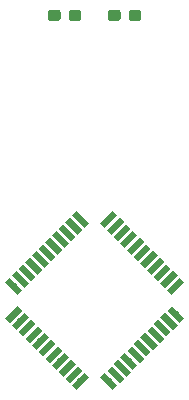
<source format=gbr>
G04 #@! TF.GenerationSoftware,KiCad,Pcbnew,(5.1.0)-1*
G04 #@! TF.CreationDate,2020-08-07T11:47:51-07:00*
G04 #@! TF.ProjectId,MAX7_Proto,4d415837-5f50-4726-9f74-6f2e6b696361,rev?*
G04 #@! TF.SameCoordinates,Original*
G04 #@! TF.FileFunction,Paste,Top*
G04 #@! TF.FilePolarity,Positive*
%FSLAX46Y46*%
G04 Gerber Fmt 4.6, Leading zero omitted, Abs format (unit mm)*
G04 Created by KiCad (PCBNEW (5.1.0)-1) date 2020-08-07 11:47:51*
%MOMM*%
%LPD*%
G04 APERTURE LIST*
%ADD10C,0.100000*%
%ADD11C,0.950000*%
%ADD12C,0.550000*%
G04 APERTURE END LIST*
D10*
G36*
X134055779Y-76996144D02*
G01*
X134078834Y-76999563D01*
X134101443Y-77005227D01*
X134123387Y-77013079D01*
X134144457Y-77023044D01*
X134164448Y-77035026D01*
X134183168Y-77048910D01*
X134200438Y-77064562D01*
X134216090Y-77081832D01*
X134229974Y-77100552D01*
X134241956Y-77120543D01*
X134251921Y-77141613D01*
X134259773Y-77163557D01*
X134265437Y-77186166D01*
X134268856Y-77209221D01*
X134270000Y-77232500D01*
X134270000Y-77707500D01*
X134268856Y-77730779D01*
X134265437Y-77753834D01*
X134259773Y-77776443D01*
X134251921Y-77798387D01*
X134241956Y-77819457D01*
X134229974Y-77839448D01*
X134216090Y-77858168D01*
X134200438Y-77875438D01*
X134183168Y-77891090D01*
X134164448Y-77904974D01*
X134144457Y-77916956D01*
X134123387Y-77926921D01*
X134101443Y-77934773D01*
X134078834Y-77940437D01*
X134055779Y-77943856D01*
X134032500Y-77945000D01*
X133457500Y-77945000D01*
X133434221Y-77943856D01*
X133411166Y-77940437D01*
X133388557Y-77934773D01*
X133366613Y-77926921D01*
X133345543Y-77916956D01*
X133325552Y-77904974D01*
X133306832Y-77891090D01*
X133289562Y-77875438D01*
X133273910Y-77858168D01*
X133260026Y-77839448D01*
X133248044Y-77819457D01*
X133238079Y-77798387D01*
X133230227Y-77776443D01*
X133224563Y-77753834D01*
X133221144Y-77730779D01*
X133220000Y-77707500D01*
X133220000Y-77232500D01*
X133221144Y-77209221D01*
X133224563Y-77186166D01*
X133230227Y-77163557D01*
X133238079Y-77141613D01*
X133248044Y-77120543D01*
X133260026Y-77100552D01*
X133273910Y-77081832D01*
X133289562Y-77064562D01*
X133306832Y-77048910D01*
X133325552Y-77035026D01*
X133345543Y-77023044D01*
X133366613Y-77013079D01*
X133388557Y-77005227D01*
X133411166Y-76999563D01*
X133434221Y-76996144D01*
X133457500Y-76995000D01*
X134032500Y-76995000D01*
X134055779Y-76996144D01*
X134055779Y-76996144D01*
G37*
D11*
X133745000Y-77470000D03*
D10*
G36*
X135805779Y-76996144D02*
G01*
X135828834Y-76999563D01*
X135851443Y-77005227D01*
X135873387Y-77013079D01*
X135894457Y-77023044D01*
X135914448Y-77035026D01*
X135933168Y-77048910D01*
X135950438Y-77064562D01*
X135966090Y-77081832D01*
X135979974Y-77100552D01*
X135991956Y-77120543D01*
X136001921Y-77141613D01*
X136009773Y-77163557D01*
X136015437Y-77186166D01*
X136018856Y-77209221D01*
X136020000Y-77232500D01*
X136020000Y-77707500D01*
X136018856Y-77730779D01*
X136015437Y-77753834D01*
X136009773Y-77776443D01*
X136001921Y-77798387D01*
X135991956Y-77819457D01*
X135979974Y-77839448D01*
X135966090Y-77858168D01*
X135950438Y-77875438D01*
X135933168Y-77891090D01*
X135914448Y-77904974D01*
X135894457Y-77916956D01*
X135873387Y-77926921D01*
X135851443Y-77934773D01*
X135828834Y-77940437D01*
X135805779Y-77943856D01*
X135782500Y-77945000D01*
X135207500Y-77945000D01*
X135184221Y-77943856D01*
X135161166Y-77940437D01*
X135138557Y-77934773D01*
X135116613Y-77926921D01*
X135095543Y-77916956D01*
X135075552Y-77904974D01*
X135056832Y-77891090D01*
X135039562Y-77875438D01*
X135023910Y-77858168D01*
X135010026Y-77839448D01*
X134998044Y-77819457D01*
X134988079Y-77798387D01*
X134980227Y-77776443D01*
X134974563Y-77753834D01*
X134971144Y-77730779D01*
X134970000Y-77707500D01*
X134970000Y-77232500D01*
X134971144Y-77209221D01*
X134974563Y-77186166D01*
X134980227Y-77163557D01*
X134988079Y-77141613D01*
X134998044Y-77120543D01*
X135010026Y-77100552D01*
X135023910Y-77081832D01*
X135039562Y-77064562D01*
X135056832Y-77048910D01*
X135075552Y-77035026D01*
X135095543Y-77023044D01*
X135116613Y-77013079D01*
X135138557Y-77005227D01*
X135161166Y-76999563D01*
X135184221Y-76996144D01*
X135207500Y-76995000D01*
X135782500Y-76995000D01*
X135805779Y-76996144D01*
X135805779Y-76996144D01*
G37*
D11*
X135495000Y-77470000D03*
D10*
G36*
X140885779Y-76996144D02*
G01*
X140908834Y-76999563D01*
X140931443Y-77005227D01*
X140953387Y-77013079D01*
X140974457Y-77023044D01*
X140994448Y-77035026D01*
X141013168Y-77048910D01*
X141030438Y-77064562D01*
X141046090Y-77081832D01*
X141059974Y-77100552D01*
X141071956Y-77120543D01*
X141081921Y-77141613D01*
X141089773Y-77163557D01*
X141095437Y-77186166D01*
X141098856Y-77209221D01*
X141100000Y-77232500D01*
X141100000Y-77707500D01*
X141098856Y-77730779D01*
X141095437Y-77753834D01*
X141089773Y-77776443D01*
X141081921Y-77798387D01*
X141071956Y-77819457D01*
X141059974Y-77839448D01*
X141046090Y-77858168D01*
X141030438Y-77875438D01*
X141013168Y-77891090D01*
X140994448Y-77904974D01*
X140974457Y-77916956D01*
X140953387Y-77926921D01*
X140931443Y-77934773D01*
X140908834Y-77940437D01*
X140885779Y-77943856D01*
X140862500Y-77945000D01*
X140287500Y-77945000D01*
X140264221Y-77943856D01*
X140241166Y-77940437D01*
X140218557Y-77934773D01*
X140196613Y-77926921D01*
X140175543Y-77916956D01*
X140155552Y-77904974D01*
X140136832Y-77891090D01*
X140119562Y-77875438D01*
X140103910Y-77858168D01*
X140090026Y-77839448D01*
X140078044Y-77819457D01*
X140068079Y-77798387D01*
X140060227Y-77776443D01*
X140054563Y-77753834D01*
X140051144Y-77730779D01*
X140050000Y-77707500D01*
X140050000Y-77232500D01*
X140051144Y-77209221D01*
X140054563Y-77186166D01*
X140060227Y-77163557D01*
X140068079Y-77141613D01*
X140078044Y-77120543D01*
X140090026Y-77100552D01*
X140103910Y-77081832D01*
X140119562Y-77064562D01*
X140136832Y-77048910D01*
X140155552Y-77035026D01*
X140175543Y-77023044D01*
X140196613Y-77013079D01*
X140218557Y-77005227D01*
X140241166Y-76999563D01*
X140264221Y-76996144D01*
X140287500Y-76995000D01*
X140862500Y-76995000D01*
X140885779Y-76996144D01*
X140885779Y-76996144D01*
G37*
D11*
X140575000Y-77470000D03*
D10*
G36*
X139135779Y-76996144D02*
G01*
X139158834Y-76999563D01*
X139181443Y-77005227D01*
X139203387Y-77013079D01*
X139224457Y-77023044D01*
X139244448Y-77035026D01*
X139263168Y-77048910D01*
X139280438Y-77064562D01*
X139296090Y-77081832D01*
X139309974Y-77100552D01*
X139321956Y-77120543D01*
X139331921Y-77141613D01*
X139339773Y-77163557D01*
X139345437Y-77186166D01*
X139348856Y-77209221D01*
X139350000Y-77232500D01*
X139350000Y-77707500D01*
X139348856Y-77730779D01*
X139345437Y-77753834D01*
X139339773Y-77776443D01*
X139331921Y-77798387D01*
X139321956Y-77819457D01*
X139309974Y-77839448D01*
X139296090Y-77858168D01*
X139280438Y-77875438D01*
X139263168Y-77891090D01*
X139244448Y-77904974D01*
X139224457Y-77916956D01*
X139203387Y-77926921D01*
X139181443Y-77934773D01*
X139158834Y-77940437D01*
X139135779Y-77943856D01*
X139112500Y-77945000D01*
X138537500Y-77945000D01*
X138514221Y-77943856D01*
X138491166Y-77940437D01*
X138468557Y-77934773D01*
X138446613Y-77926921D01*
X138425543Y-77916956D01*
X138405552Y-77904974D01*
X138386832Y-77891090D01*
X138369562Y-77875438D01*
X138353910Y-77858168D01*
X138340026Y-77839448D01*
X138328044Y-77819457D01*
X138318079Y-77798387D01*
X138310227Y-77776443D01*
X138304563Y-77753834D01*
X138301144Y-77730779D01*
X138300000Y-77707500D01*
X138300000Y-77232500D01*
X138301144Y-77209221D01*
X138304563Y-77186166D01*
X138310227Y-77163557D01*
X138318079Y-77141613D01*
X138328044Y-77120543D01*
X138340026Y-77100552D01*
X138353910Y-77081832D01*
X138369562Y-77064562D01*
X138386832Y-77048910D01*
X138405552Y-77035026D01*
X138425543Y-77023044D01*
X138446613Y-77013079D01*
X138468557Y-77005227D01*
X138491166Y-76999563D01*
X138514221Y-76996144D01*
X138537500Y-76995000D01*
X139112500Y-76995000D01*
X139135779Y-76996144D01*
X139135779Y-76996144D01*
G37*
D11*
X138825000Y-77470000D03*
D12*
X135957918Y-94741064D03*
D10*
G36*
X135233134Y-94405188D02*
G01*
X135622042Y-94016280D01*
X136682702Y-95076940D01*
X136293794Y-95465848D01*
X135233134Y-94405188D01*
X135233134Y-94405188D01*
G37*
D12*
X135392233Y-95306750D03*
D10*
G36*
X134667449Y-94970874D02*
G01*
X135056357Y-94581966D01*
X136117017Y-95642626D01*
X135728109Y-96031534D01*
X134667449Y-94970874D01*
X134667449Y-94970874D01*
G37*
D12*
X134826548Y-95872435D03*
D10*
G36*
X134101764Y-95536559D02*
G01*
X134490672Y-95147651D01*
X135551332Y-96208311D01*
X135162424Y-96597219D01*
X134101764Y-95536559D01*
X134101764Y-95536559D01*
G37*
D12*
X134260862Y-96438120D03*
D10*
G36*
X133536078Y-96102244D02*
G01*
X133924986Y-95713336D01*
X134985646Y-96773996D01*
X134596738Y-97162904D01*
X133536078Y-96102244D01*
X133536078Y-96102244D01*
G37*
D12*
X133695177Y-97003806D03*
D10*
G36*
X132970393Y-96667930D02*
G01*
X133359301Y-96279022D01*
X134419961Y-97339682D01*
X134031053Y-97728590D01*
X132970393Y-96667930D01*
X132970393Y-96667930D01*
G37*
D12*
X133129491Y-97569491D03*
D10*
G36*
X132404707Y-97233615D02*
G01*
X132793615Y-96844707D01*
X133854275Y-97905367D01*
X133465367Y-98294275D01*
X132404707Y-97233615D01*
X132404707Y-97233615D01*
G37*
D12*
X132563806Y-98135177D03*
D10*
G36*
X131839022Y-97799301D02*
G01*
X132227930Y-97410393D01*
X133288590Y-98471053D01*
X132899682Y-98859961D01*
X131839022Y-97799301D01*
X131839022Y-97799301D01*
G37*
D12*
X131998120Y-98700862D03*
D10*
G36*
X131273336Y-98364986D02*
G01*
X131662244Y-97976078D01*
X132722904Y-99036738D01*
X132333996Y-99425646D01*
X131273336Y-98364986D01*
X131273336Y-98364986D01*
G37*
D12*
X131432435Y-99266548D03*
D10*
G36*
X130707651Y-98930672D02*
G01*
X131096559Y-98541764D01*
X132157219Y-99602424D01*
X131768311Y-99991332D01*
X130707651Y-98930672D01*
X130707651Y-98930672D01*
G37*
D12*
X130866750Y-99832233D03*
D10*
G36*
X130141966Y-99496357D02*
G01*
X130530874Y-99107449D01*
X131591534Y-100168109D01*
X131202626Y-100557017D01*
X130141966Y-99496357D01*
X130141966Y-99496357D01*
G37*
D12*
X130301064Y-100397918D03*
D10*
G36*
X129576280Y-100062042D02*
G01*
X129965188Y-99673134D01*
X131025848Y-100733794D01*
X130636940Y-101122702D01*
X129576280Y-100062042D01*
X129576280Y-100062042D01*
G37*
D12*
X130301064Y-102802082D03*
D10*
G36*
X129965188Y-103526866D02*
G01*
X129576280Y-103137958D01*
X130636940Y-102077298D01*
X131025848Y-102466206D01*
X129965188Y-103526866D01*
X129965188Y-103526866D01*
G37*
D12*
X130866750Y-103367767D03*
D10*
G36*
X130530874Y-104092551D02*
G01*
X130141966Y-103703643D01*
X131202626Y-102642983D01*
X131591534Y-103031891D01*
X130530874Y-104092551D01*
X130530874Y-104092551D01*
G37*
D12*
X131432435Y-103933452D03*
D10*
G36*
X131096559Y-104658236D02*
G01*
X130707651Y-104269328D01*
X131768311Y-103208668D01*
X132157219Y-103597576D01*
X131096559Y-104658236D01*
X131096559Y-104658236D01*
G37*
D12*
X131998120Y-104499138D03*
D10*
G36*
X131662244Y-105223922D02*
G01*
X131273336Y-104835014D01*
X132333996Y-103774354D01*
X132722904Y-104163262D01*
X131662244Y-105223922D01*
X131662244Y-105223922D01*
G37*
D12*
X132563806Y-105064823D03*
D10*
G36*
X132227930Y-105789607D02*
G01*
X131839022Y-105400699D01*
X132899682Y-104340039D01*
X133288590Y-104728947D01*
X132227930Y-105789607D01*
X132227930Y-105789607D01*
G37*
D12*
X133129491Y-105630509D03*
D10*
G36*
X132793615Y-106355293D02*
G01*
X132404707Y-105966385D01*
X133465367Y-104905725D01*
X133854275Y-105294633D01*
X132793615Y-106355293D01*
X132793615Y-106355293D01*
G37*
D12*
X133695177Y-106196194D03*
D10*
G36*
X133359301Y-106920978D02*
G01*
X132970393Y-106532070D01*
X134031053Y-105471410D01*
X134419961Y-105860318D01*
X133359301Y-106920978D01*
X133359301Y-106920978D01*
G37*
D12*
X134260862Y-106761880D03*
D10*
G36*
X133924986Y-107486664D02*
G01*
X133536078Y-107097756D01*
X134596738Y-106037096D01*
X134985646Y-106426004D01*
X133924986Y-107486664D01*
X133924986Y-107486664D01*
G37*
D12*
X134826548Y-107327565D03*
D10*
G36*
X134490672Y-108052349D02*
G01*
X134101764Y-107663441D01*
X135162424Y-106602781D01*
X135551332Y-106991689D01*
X134490672Y-108052349D01*
X134490672Y-108052349D01*
G37*
D12*
X135392233Y-107893250D03*
D10*
G36*
X135056357Y-108618034D02*
G01*
X134667449Y-108229126D01*
X135728109Y-107168466D01*
X136117017Y-107557374D01*
X135056357Y-108618034D01*
X135056357Y-108618034D01*
G37*
D12*
X135957918Y-108458936D03*
D10*
G36*
X135622042Y-109183720D02*
G01*
X135233134Y-108794812D01*
X136293794Y-107734152D01*
X136682702Y-108123060D01*
X135622042Y-109183720D01*
X135622042Y-109183720D01*
G37*
D12*
X138362082Y-108458936D03*
D10*
G36*
X137637298Y-108123060D02*
G01*
X138026206Y-107734152D01*
X139086866Y-108794812D01*
X138697958Y-109183720D01*
X137637298Y-108123060D01*
X137637298Y-108123060D01*
G37*
D12*
X138927767Y-107893250D03*
D10*
G36*
X138202983Y-107557374D02*
G01*
X138591891Y-107168466D01*
X139652551Y-108229126D01*
X139263643Y-108618034D01*
X138202983Y-107557374D01*
X138202983Y-107557374D01*
G37*
D12*
X139493452Y-107327565D03*
D10*
G36*
X138768668Y-106991689D02*
G01*
X139157576Y-106602781D01*
X140218236Y-107663441D01*
X139829328Y-108052349D01*
X138768668Y-106991689D01*
X138768668Y-106991689D01*
G37*
D12*
X140059138Y-106761880D03*
D10*
G36*
X139334354Y-106426004D02*
G01*
X139723262Y-106037096D01*
X140783922Y-107097756D01*
X140395014Y-107486664D01*
X139334354Y-106426004D01*
X139334354Y-106426004D01*
G37*
D12*
X140624823Y-106196194D03*
D10*
G36*
X139900039Y-105860318D02*
G01*
X140288947Y-105471410D01*
X141349607Y-106532070D01*
X140960699Y-106920978D01*
X139900039Y-105860318D01*
X139900039Y-105860318D01*
G37*
D12*
X141190509Y-105630509D03*
D10*
G36*
X140465725Y-105294633D02*
G01*
X140854633Y-104905725D01*
X141915293Y-105966385D01*
X141526385Y-106355293D01*
X140465725Y-105294633D01*
X140465725Y-105294633D01*
G37*
D12*
X141756194Y-105064823D03*
D10*
G36*
X141031410Y-104728947D02*
G01*
X141420318Y-104340039D01*
X142480978Y-105400699D01*
X142092070Y-105789607D01*
X141031410Y-104728947D01*
X141031410Y-104728947D01*
G37*
D12*
X142321880Y-104499138D03*
D10*
G36*
X141597096Y-104163262D02*
G01*
X141986004Y-103774354D01*
X143046664Y-104835014D01*
X142657756Y-105223922D01*
X141597096Y-104163262D01*
X141597096Y-104163262D01*
G37*
D12*
X142887565Y-103933452D03*
D10*
G36*
X142162781Y-103597576D02*
G01*
X142551689Y-103208668D01*
X143612349Y-104269328D01*
X143223441Y-104658236D01*
X142162781Y-103597576D01*
X142162781Y-103597576D01*
G37*
D12*
X143453250Y-103367767D03*
D10*
G36*
X142728466Y-103031891D02*
G01*
X143117374Y-102642983D01*
X144178034Y-103703643D01*
X143789126Y-104092551D01*
X142728466Y-103031891D01*
X142728466Y-103031891D01*
G37*
D12*
X144018936Y-102802082D03*
D10*
G36*
X143294152Y-102466206D02*
G01*
X143683060Y-102077298D01*
X144743720Y-103137958D01*
X144354812Y-103526866D01*
X143294152Y-102466206D01*
X143294152Y-102466206D01*
G37*
D12*
X144018936Y-100397918D03*
D10*
G36*
X143683060Y-101122702D02*
G01*
X143294152Y-100733794D01*
X144354812Y-99673134D01*
X144743720Y-100062042D01*
X143683060Y-101122702D01*
X143683060Y-101122702D01*
G37*
D12*
X143453250Y-99832233D03*
D10*
G36*
X143117374Y-100557017D02*
G01*
X142728466Y-100168109D01*
X143789126Y-99107449D01*
X144178034Y-99496357D01*
X143117374Y-100557017D01*
X143117374Y-100557017D01*
G37*
D12*
X142887565Y-99266548D03*
D10*
G36*
X142551689Y-99991332D02*
G01*
X142162781Y-99602424D01*
X143223441Y-98541764D01*
X143612349Y-98930672D01*
X142551689Y-99991332D01*
X142551689Y-99991332D01*
G37*
D12*
X142321880Y-98700862D03*
D10*
G36*
X141986004Y-99425646D02*
G01*
X141597096Y-99036738D01*
X142657756Y-97976078D01*
X143046664Y-98364986D01*
X141986004Y-99425646D01*
X141986004Y-99425646D01*
G37*
D12*
X141756194Y-98135177D03*
D10*
G36*
X141420318Y-98859961D02*
G01*
X141031410Y-98471053D01*
X142092070Y-97410393D01*
X142480978Y-97799301D01*
X141420318Y-98859961D01*
X141420318Y-98859961D01*
G37*
D12*
X141190509Y-97569491D03*
D10*
G36*
X140854633Y-98294275D02*
G01*
X140465725Y-97905367D01*
X141526385Y-96844707D01*
X141915293Y-97233615D01*
X140854633Y-98294275D01*
X140854633Y-98294275D01*
G37*
D12*
X140624823Y-97003806D03*
D10*
G36*
X140288947Y-97728590D02*
G01*
X139900039Y-97339682D01*
X140960699Y-96279022D01*
X141349607Y-96667930D01*
X140288947Y-97728590D01*
X140288947Y-97728590D01*
G37*
D12*
X140059138Y-96438120D03*
D10*
G36*
X139723262Y-97162904D02*
G01*
X139334354Y-96773996D01*
X140395014Y-95713336D01*
X140783922Y-96102244D01*
X139723262Y-97162904D01*
X139723262Y-97162904D01*
G37*
D12*
X139493452Y-95872435D03*
D10*
G36*
X139157576Y-96597219D02*
G01*
X138768668Y-96208311D01*
X139829328Y-95147651D01*
X140218236Y-95536559D01*
X139157576Y-96597219D01*
X139157576Y-96597219D01*
G37*
D12*
X138927767Y-95306750D03*
D10*
G36*
X138591891Y-96031534D02*
G01*
X138202983Y-95642626D01*
X139263643Y-94581966D01*
X139652551Y-94970874D01*
X138591891Y-96031534D01*
X138591891Y-96031534D01*
G37*
D12*
X138362082Y-94741064D03*
D10*
G36*
X138026206Y-95465848D02*
G01*
X137637298Y-95076940D01*
X138697958Y-94016280D01*
X139086866Y-94405188D01*
X138026206Y-95465848D01*
X138026206Y-95465848D01*
G37*
M02*

</source>
